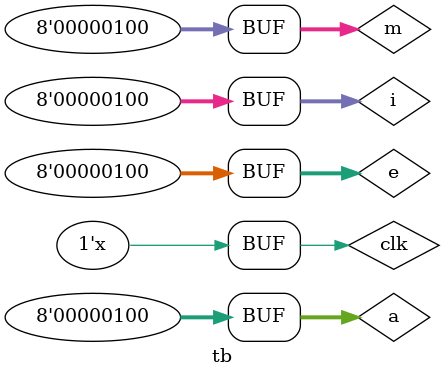
<source format=v>
module tb();
reg clk;
reg [7:0] a,b,c,d;
reg [7:0] e,f,g,h;
reg [7:0] i,j,k,l;
reg [7:0] m,n,o,p;
always #10 clk =~clk;
/* it delays both evaluation and update of the assignments*/
always@(posedge clk) begin
    b <= a+a;
   #3  c <= b+a;
   #1  d<= c+a;
end 
/* it delays the update but not the evaluation.*/
always@(posedge clk) begin
    f <= e+e;
     g <= #3 f+e;
     h <= #1 g+e; 
end
/* it delays both evaluation and update of the assignments*/
always@(posedge clk) begin
    j = i+i;
   #3  k = i+j;
   #1  l = k+i;
end 
/*it delays the evaluation but not the update*/
always@(posedge clk) begin
    n = m+m;
    o =#3 m+n;
    p =#1 m+o;
end 
initial begin
    clk =0;
    a = 4; e = 4; i= 4; m = 4;
    b = 3; f = 3; j= 3; n = 3;
    c = 2; g = 2; k= 2; o = 2;
    d = 5; h = 5; l= 5; p = 5;
    #25
    clk =0;
    a = 4; e = 4; i= 4; m = 4;
    b = 3; f = 3; j= 3; n = 3;
    c = 2; g = 2; k= 2; o = 2;
    d = 5; h = 5; l= 5; p = 5;
end
endmodule

</source>
